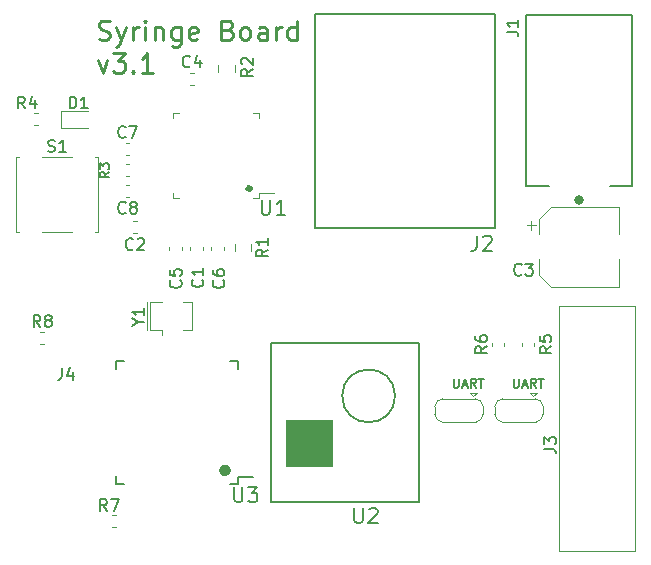
<source format=gbr>
G04 #@! TF.GenerationSoftware,KiCad,Pcbnew,(5.1.2-1)-1*
G04 #@! TF.CreationDate,2019-06-19T14:35:12-04:00*
G04 #@! TF.ProjectId,syringe_board,73797269-6e67-4655-9f62-6f6172642e6b,rev?*
G04 #@! TF.SameCoordinates,Original*
G04 #@! TF.FileFunction,Legend,Top*
G04 #@! TF.FilePolarity,Positive*
%FSLAX46Y46*%
G04 Gerber Fmt 4.6, Leading zero omitted, Abs format (unit mm)*
G04 Created by KiCad (PCBNEW (5.1.2-1)-1) date 2019-06-19 14:35:12*
%MOMM*%
%LPD*%
G04 APERTURE LIST*
%ADD10C,0.457200*%
%ADD11C,0.508000*%
%ADD12C,0.150000*%
%ADD13C,0.279400*%
%ADD14C,0.120000*%
%ADD15C,0.127000*%
%ADD16C,0.100000*%
%ADD17C,0.400000*%
G04 APERTURE END LIST*
D10*
X108331000Y-76708000D02*
G75*
G03X108331000Y-76708000I-127000J0D01*
G01*
D11*
X106426000Y-100584000D02*
G75*
G03X106426000Y-100584000I-254000J0D01*
G01*
D12*
X125530428Y-92800714D02*
X125530428Y-93417571D01*
X125566714Y-93490142D01*
X125603000Y-93526428D01*
X125675571Y-93562714D01*
X125820714Y-93562714D01*
X125893285Y-93526428D01*
X125929571Y-93490142D01*
X125965857Y-93417571D01*
X125965857Y-92800714D01*
X126292428Y-93345000D02*
X126655285Y-93345000D01*
X126219857Y-93562714D02*
X126473857Y-92800714D01*
X126727857Y-93562714D01*
X127417285Y-93562714D02*
X127163285Y-93199857D01*
X126981857Y-93562714D02*
X126981857Y-92800714D01*
X127272142Y-92800714D01*
X127344714Y-92837000D01*
X127381000Y-92873285D01*
X127417285Y-92945857D01*
X127417285Y-93054714D01*
X127381000Y-93127285D01*
X127344714Y-93163571D01*
X127272142Y-93199857D01*
X126981857Y-93199857D01*
X127635000Y-92800714D02*
X128070428Y-92800714D01*
X127852714Y-93562714D02*
X127852714Y-92800714D01*
X130610428Y-92800714D02*
X130610428Y-93417571D01*
X130646714Y-93490142D01*
X130683000Y-93526428D01*
X130755571Y-93562714D01*
X130900714Y-93562714D01*
X130973285Y-93526428D01*
X131009571Y-93490142D01*
X131045857Y-93417571D01*
X131045857Y-92800714D01*
X131372428Y-93345000D02*
X131735285Y-93345000D01*
X131299857Y-93562714D02*
X131553857Y-92800714D01*
X131807857Y-93562714D01*
X132497285Y-93562714D02*
X132243285Y-93199857D01*
X132061857Y-93562714D02*
X132061857Y-92800714D01*
X132352142Y-92800714D01*
X132424714Y-92837000D01*
X132461000Y-92873285D01*
X132497285Y-92945857D01*
X132497285Y-93054714D01*
X132461000Y-93127285D01*
X132424714Y-93163571D01*
X132352142Y-93199857D01*
X132061857Y-93199857D01*
X132715000Y-92800714D02*
X133150428Y-92800714D01*
X132932714Y-93562714D02*
X132932714Y-92800714D01*
D13*
X95492086Y-64060311D02*
X95727943Y-64138930D01*
X96121038Y-64138930D01*
X96278276Y-64060311D01*
X96356895Y-63981692D01*
X96435514Y-63824454D01*
X96435514Y-63667216D01*
X96356895Y-63509978D01*
X96278276Y-63431359D01*
X96121038Y-63352740D01*
X95806562Y-63274121D01*
X95649324Y-63195502D01*
X95570705Y-63116883D01*
X95492086Y-62959645D01*
X95492086Y-62802407D01*
X95570705Y-62645169D01*
X95649324Y-62566550D01*
X95806562Y-62487930D01*
X96199657Y-62487930D01*
X96435514Y-62566550D01*
X96985848Y-63038264D02*
X97378943Y-64138930D01*
X97772038Y-63038264D02*
X97378943Y-64138930D01*
X97221705Y-64532026D01*
X97143086Y-64610645D01*
X96985848Y-64689264D01*
X98400990Y-64138930D02*
X98400990Y-63038264D01*
X98400990Y-63352740D02*
X98479610Y-63195502D01*
X98558229Y-63116883D01*
X98715467Y-63038264D01*
X98872705Y-63038264D01*
X99423038Y-64138930D02*
X99423038Y-63038264D01*
X99423038Y-62487930D02*
X99344419Y-62566550D01*
X99423038Y-62645169D01*
X99501657Y-62566550D01*
X99423038Y-62487930D01*
X99423038Y-62645169D01*
X100209229Y-63038264D02*
X100209229Y-64138930D01*
X100209229Y-63195502D02*
X100287848Y-63116883D01*
X100445086Y-63038264D01*
X100680943Y-63038264D01*
X100838181Y-63116883D01*
X100916800Y-63274121D01*
X100916800Y-64138930D01*
X102410562Y-63038264D02*
X102410562Y-64374788D01*
X102331943Y-64532026D01*
X102253324Y-64610645D01*
X102096086Y-64689264D01*
X101860229Y-64689264D01*
X101702990Y-64610645D01*
X102410562Y-64060311D02*
X102253324Y-64138930D01*
X101938848Y-64138930D01*
X101781610Y-64060311D01*
X101702990Y-63981692D01*
X101624371Y-63824454D01*
X101624371Y-63352740D01*
X101702990Y-63195502D01*
X101781610Y-63116883D01*
X101938848Y-63038264D01*
X102253324Y-63038264D01*
X102410562Y-63116883D01*
X103825705Y-64060311D02*
X103668467Y-64138930D01*
X103353990Y-64138930D01*
X103196752Y-64060311D01*
X103118133Y-63903073D01*
X103118133Y-63274121D01*
X103196752Y-63116883D01*
X103353990Y-63038264D01*
X103668467Y-63038264D01*
X103825705Y-63116883D01*
X103904324Y-63274121D01*
X103904324Y-63431359D01*
X103118133Y-63588597D01*
X106420133Y-63274121D02*
X106655990Y-63352740D01*
X106734610Y-63431359D01*
X106813229Y-63588597D01*
X106813229Y-63824454D01*
X106734610Y-63981692D01*
X106655990Y-64060311D01*
X106498752Y-64138930D01*
X105869800Y-64138930D01*
X105869800Y-62487930D01*
X106420133Y-62487930D01*
X106577371Y-62566550D01*
X106655990Y-62645169D01*
X106734610Y-62802407D01*
X106734610Y-62959645D01*
X106655990Y-63116883D01*
X106577371Y-63195502D01*
X106420133Y-63274121D01*
X105869800Y-63274121D01*
X107756657Y-64138930D02*
X107599419Y-64060311D01*
X107520800Y-63981692D01*
X107442181Y-63824454D01*
X107442181Y-63352740D01*
X107520800Y-63195502D01*
X107599419Y-63116883D01*
X107756657Y-63038264D01*
X107992514Y-63038264D01*
X108149752Y-63116883D01*
X108228371Y-63195502D01*
X108306990Y-63352740D01*
X108306990Y-63824454D01*
X108228371Y-63981692D01*
X108149752Y-64060311D01*
X107992514Y-64138930D01*
X107756657Y-64138930D01*
X109722133Y-64138930D02*
X109722133Y-63274121D01*
X109643514Y-63116883D01*
X109486276Y-63038264D01*
X109171800Y-63038264D01*
X109014562Y-63116883D01*
X109722133Y-64060311D02*
X109564895Y-64138930D01*
X109171800Y-64138930D01*
X109014562Y-64060311D01*
X108935943Y-63903073D01*
X108935943Y-63745835D01*
X109014562Y-63588597D01*
X109171800Y-63509978D01*
X109564895Y-63509978D01*
X109722133Y-63431359D01*
X110508324Y-64138930D02*
X110508324Y-63038264D01*
X110508324Y-63352740D02*
X110586943Y-63195502D01*
X110665562Y-63116883D01*
X110822800Y-63038264D01*
X110980038Y-63038264D01*
X112237943Y-64138930D02*
X112237943Y-62487930D01*
X112237943Y-64060311D02*
X112080705Y-64138930D01*
X111766229Y-64138930D01*
X111608990Y-64060311D01*
X111530371Y-63981692D01*
X111451752Y-63824454D01*
X111451752Y-63352740D01*
X111530371Y-63195502D01*
X111608990Y-63116883D01*
X111766229Y-63038264D01*
X112080705Y-63038264D01*
X112237943Y-63116883D01*
X95413467Y-65794164D02*
X95806562Y-66894830D01*
X96199657Y-65794164D01*
X96671371Y-65243830D02*
X97693419Y-65243830D01*
X97143086Y-65872783D01*
X97378943Y-65872783D01*
X97536181Y-65951402D01*
X97614800Y-66030021D01*
X97693419Y-66187259D01*
X97693419Y-66580354D01*
X97614800Y-66737592D01*
X97536181Y-66816211D01*
X97378943Y-66894830D01*
X96907229Y-66894830D01*
X96749990Y-66816211D01*
X96671371Y-66737592D01*
X98400990Y-66737592D02*
X98479610Y-66816211D01*
X98400990Y-66894830D01*
X98322371Y-66816211D01*
X98400990Y-66737592D01*
X98400990Y-66894830D01*
X100051990Y-66894830D02*
X99108562Y-66894830D01*
X99580276Y-66894830D02*
X99580276Y-65243830D01*
X99423038Y-65479688D01*
X99265800Y-65636926D01*
X99108562Y-65715545D01*
D14*
X99600000Y-88303000D02*
X99600000Y-88703000D01*
X99800000Y-88303000D02*
X99800000Y-88703000D01*
X103400000Y-88303000D02*
X103400000Y-88703000D01*
X99600000Y-86303000D02*
X99600000Y-88303000D01*
X100800000Y-88703000D02*
X100800000Y-89103000D01*
X100800000Y-88703000D02*
X99800000Y-88703000D01*
X99800000Y-88303000D02*
X99800000Y-86303000D01*
X99800000Y-86303000D02*
X100800000Y-86303000D01*
X102600000Y-86303000D02*
X103400000Y-86303000D01*
X103400000Y-86303000D02*
X103400000Y-88303000D01*
X103400000Y-88703000D02*
X102600000Y-88703000D01*
X109020000Y-77074000D02*
X110310000Y-77074000D01*
X101800000Y-70304000D02*
X101800000Y-70754000D01*
X102250000Y-70304000D02*
X101800000Y-70304000D01*
X109020000Y-70304000D02*
X109020000Y-70754000D01*
X108570000Y-70304000D02*
X109020000Y-70304000D01*
X101800000Y-77524000D02*
X101800000Y-77074000D01*
X102250000Y-77524000D02*
X101800000Y-77524000D01*
X109020000Y-77524000D02*
X109020000Y-77074000D01*
X108570000Y-77524000D02*
X109020000Y-77524000D01*
D15*
X110082000Y-103270000D02*
X110082000Y-89770000D01*
X122582000Y-103270000D02*
X110082000Y-103270000D01*
X122582000Y-89770000D02*
X122582000Y-103270000D01*
X110082000Y-89770000D02*
X122582000Y-89770000D01*
D16*
G36*
X111332000Y-96270000D02*
G01*
X115332000Y-96270000D01*
X115332000Y-100270000D01*
X111332000Y-100270000D01*
X111332000Y-96270000D01*
G37*
D15*
X120568065Y-94270000D02*
G75*
G03X120568065Y-94270000I-2236065J0D01*
G01*
D14*
X132100250Y-79419750D02*
X132100250Y-80207250D01*
X131706500Y-79813500D02*
X132494000Y-79813500D01*
X132734000Y-84006563D02*
X133798437Y-85071000D01*
X132734000Y-79315437D02*
X133798437Y-78251000D01*
X132734000Y-79315437D02*
X132734000Y-80601000D01*
X132734000Y-84006563D02*
X132734000Y-82721000D01*
X133798437Y-85071000D02*
X139554000Y-85071000D01*
X133798437Y-78251000D02*
X139554000Y-78251000D01*
X139554000Y-78251000D02*
X139554000Y-80601000D01*
X139554000Y-85071000D02*
X139554000Y-82721000D01*
X107009000Y-66806578D02*
X107009000Y-66289422D01*
X105589000Y-66806578D02*
X105589000Y-66289422D01*
X106986000Y-81450922D02*
X106986000Y-81968078D01*
X108406000Y-81450922D02*
X108406000Y-81968078D01*
X98714779Y-79500000D02*
X98389221Y-79500000D01*
X98714779Y-80520000D02*
X98389221Y-80520000D01*
X101471000Y-81625221D02*
X101471000Y-81950779D01*
X102491000Y-81625221D02*
X102491000Y-81950779D01*
X98079779Y-76452000D02*
X97754221Y-76452000D01*
X98079779Y-77472000D02*
X97754221Y-77472000D01*
X97754221Y-75694000D02*
X98079779Y-75694000D01*
X97754221Y-74674000D02*
X98079779Y-74674000D01*
X97754221Y-73916000D02*
X98079779Y-73916000D01*
X97754221Y-72896000D02*
X98079779Y-72896000D01*
X106047000Y-81950779D02*
X106047000Y-81625221D01*
X105027000Y-81950779D02*
X105027000Y-81625221D01*
X103215221Y-67947000D02*
X103540779Y-67947000D01*
X103215221Y-66927000D02*
X103540779Y-66927000D01*
X103249000Y-81625221D02*
X103249000Y-81950779D01*
X104269000Y-81625221D02*
X104269000Y-81950779D01*
X128034000Y-95804000D02*
G75*
G02X127334000Y-96504000I-700000J0D01*
G01*
X127334000Y-94504000D02*
G75*
G02X128034000Y-95204000I0J-700000D01*
G01*
X123934000Y-95204000D02*
G75*
G02X124634000Y-94504000I700000J0D01*
G01*
X124634000Y-96504000D02*
G75*
G02X123934000Y-95804000I0J700000D01*
G01*
X127384000Y-96504000D02*
X124584000Y-96504000D01*
X123934000Y-95804000D02*
X123934000Y-95204000D01*
X124584000Y-94504000D02*
X127384000Y-94504000D01*
X128034000Y-95204000D02*
X128034000Y-95804000D01*
X127184000Y-94304000D02*
X127484000Y-94004000D01*
X127484000Y-94004000D02*
X126884000Y-94004000D01*
X127184000Y-94304000D02*
X126884000Y-94004000D01*
X133114000Y-95804000D02*
G75*
G02X132414000Y-96504000I-700000J0D01*
G01*
X132414000Y-94504000D02*
G75*
G02X133114000Y-95204000I0J-700000D01*
G01*
X129014000Y-95204000D02*
G75*
G02X129714000Y-94504000I700000J0D01*
G01*
X129714000Y-96504000D02*
G75*
G02X129014000Y-95804000I0J700000D01*
G01*
X132464000Y-96504000D02*
X129664000Y-96504000D01*
X129014000Y-95804000D02*
X129014000Y-95204000D01*
X129664000Y-94504000D02*
X132464000Y-94504000D01*
X133114000Y-95204000D02*
X133114000Y-95804000D01*
X132264000Y-94304000D02*
X132564000Y-94004000D01*
X132564000Y-94004000D02*
X131964000Y-94004000D01*
X132264000Y-94304000D02*
X131964000Y-94004000D01*
X90307279Y-70356000D02*
X89981721Y-70356000D01*
X90307279Y-71376000D02*
X89981721Y-71376000D01*
X92266500Y-71601000D02*
X94551500Y-71601000D01*
X92266500Y-70131000D02*
X92266500Y-71601000D01*
X94551500Y-70131000D02*
X92266500Y-70131000D01*
X129796000Y-90078779D02*
X129796000Y-89753221D01*
X128776000Y-90078779D02*
X128776000Y-89753221D01*
X132336000Y-90078779D02*
X132336000Y-89753221D01*
X131316000Y-90078779D02*
X131316000Y-89753221D01*
X90540721Y-89918000D02*
X90866279Y-89918000D01*
X90540721Y-88898000D02*
X90866279Y-88898000D01*
X96611221Y-105412000D02*
X96936779Y-105412000D01*
X96611221Y-104392000D02*
X96936779Y-104392000D01*
X134418000Y-107388000D02*
X134418000Y-86668000D01*
X140918000Y-107388000D02*
X134418000Y-107388000D01*
X140918000Y-86668000D02*
X140918000Y-107388000D01*
X134418000Y-86668000D02*
X140918000Y-86668000D01*
X90648000Y-74066000D02*
X93248000Y-74066000D01*
X95398000Y-80366000D02*
X95148000Y-80366000D01*
X95398000Y-74066000D02*
X95398000Y-80366000D01*
X95148000Y-74066000D02*
X95398000Y-74066000D01*
X93248000Y-80366000D02*
X90648000Y-80366000D01*
X88498000Y-74066000D02*
X88748000Y-74066000D01*
X88498000Y-80366000D02*
X88498000Y-74066000D01*
X88748000Y-80366000D02*
X88498000Y-80366000D01*
D15*
X131644000Y-61992000D02*
X140644000Y-61992000D01*
X140644000Y-61992000D02*
X140644000Y-76492000D01*
X140644000Y-76492000D02*
X138794000Y-76492000D01*
X131644000Y-76492000D02*
X131644000Y-61992000D01*
X133594000Y-76492000D02*
X131644000Y-76492000D01*
D17*
X136344000Y-77692000D02*
G75*
G03X136344000Y-77692000I-200000J0D01*
G01*
D12*
X107283000Y-101120000D02*
X108558000Y-101120000D01*
X96933000Y-101695000D02*
X97608000Y-101695000D01*
X96933000Y-91345000D02*
X97608000Y-91345000D01*
X107283000Y-91345000D02*
X106608000Y-91345000D01*
X107283000Y-101695000D02*
X106608000Y-101695000D01*
X107283000Y-91345000D02*
X107283000Y-92020000D01*
X96933000Y-91345000D02*
X96933000Y-92020000D01*
X96933000Y-101695000D02*
X96933000Y-101020000D01*
X107283000Y-101695000D02*
X107283000Y-101120000D01*
D15*
X113792000Y-61976000D02*
X129032000Y-61976000D01*
X113792000Y-80076000D02*
X113792000Y-61976000D01*
X129032000Y-80076000D02*
X113792000Y-80076000D01*
X129032000Y-61976000D02*
X129032000Y-80076000D01*
D12*
X98845690Y-88042690D02*
X99321880Y-88042690D01*
X98321880Y-88376023D02*
X98845690Y-88042690D01*
X98321880Y-87709357D01*
X99321880Y-86852214D02*
X99321880Y-87423642D01*
X99321880Y-87137928D02*
X98321880Y-87137928D01*
X98464738Y-87233166D01*
X98559976Y-87328404D01*
X98607595Y-87423642D01*
X109268380Y-77663523D02*
X109268380Y-78691619D01*
X109328857Y-78812571D01*
X109389333Y-78873047D01*
X109510285Y-78933523D01*
X109752190Y-78933523D01*
X109873142Y-78873047D01*
X109933619Y-78812571D01*
X109994095Y-78691619D01*
X109994095Y-77663523D01*
X111264095Y-78933523D02*
X110538380Y-78933523D01*
X110901238Y-78933523D02*
X110901238Y-77663523D01*
X110780285Y-77844952D01*
X110659333Y-77965904D01*
X110538380Y-78026380D01*
X117108380Y-103762023D02*
X117108380Y-104790119D01*
X117168857Y-104911071D01*
X117229333Y-104971547D01*
X117350285Y-105032023D01*
X117592190Y-105032023D01*
X117713142Y-104971547D01*
X117773619Y-104911071D01*
X117834095Y-104790119D01*
X117834095Y-103762023D01*
X118378380Y-103882976D02*
X118438857Y-103822500D01*
X118559809Y-103762023D01*
X118862190Y-103762023D01*
X118983142Y-103822500D01*
X119043619Y-103882976D01*
X119104095Y-104003928D01*
X119104095Y-104124880D01*
X119043619Y-104306309D01*
X118317904Y-105032023D01*
X119104095Y-105032023D01*
X131278333Y-83986642D02*
X131230714Y-84034261D01*
X131087857Y-84081880D01*
X130992619Y-84081880D01*
X130849761Y-84034261D01*
X130754523Y-83939023D01*
X130706904Y-83843785D01*
X130659285Y-83653309D01*
X130659285Y-83510452D01*
X130706904Y-83319976D01*
X130754523Y-83224738D01*
X130849761Y-83129500D01*
X130992619Y-83081880D01*
X131087857Y-83081880D01*
X131230714Y-83129500D01*
X131278333Y-83177119D01*
X131611666Y-83081880D02*
X132230714Y-83081880D01*
X131897380Y-83462833D01*
X132040238Y-83462833D01*
X132135476Y-83510452D01*
X132183095Y-83558071D01*
X132230714Y-83653309D01*
X132230714Y-83891404D01*
X132183095Y-83986642D01*
X132135476Y-84034261D01*
X132040238Y-84081880D01*
X131754523Y-84081880D01*
X131659285Y-84034261D01*
X131611666Y-83986642D01*
X108529380Y-66587666D02*
X108053190Y-66921000D01*
X108529380Y-67159095D02*
X107529380Y-67159095D01*
X107529380Y-66778142D01*
X107577000Y-66682904D01*
X107624619Y-66635285D01*
X107719857Y-66587666D01*
X107862714Y-66587666D01*
X107957952Y-66635285D01*
X108005571Y-66682904D01*
X108053190Y-66778142D01*
X108053190Y-67159095D01*
X107624619Y-66206714D02*
X107577000Y-66159095D01*
X107529380Y-66063857D01*
X107529380Y-65825761D01*
X107577000Y-65730523D01*
X107624619Y-65682904D01*
X107719857Y-65635285D01*
X107815095Y-65635285D01*
X107957952Y-65682904D01*
X108529380Y-66254333D01*
X108529380Y-65635285D01*
X109798380Y-81876166D02*
X109322190Y-82209500D01*
X109798380Y-82447595D02*
X108798380Y-82447595D01*
X108798380Y-82066642D01*
X108846000Y-81971404D01*
X108893619Y-81923785D01*
X108988857Y-81876166D01*
X109131714Y-81876166D01*
X109226952Y-81923785D01*
X109274571Y-81971404D01*
X109322190Y-82066642D01*
X109322190Y-82447595D01*
X109798380Y-80923785D02*
X109798380Y-81495214D01*
X109798380Y-81209500D02*
X108798380Y-81209500D01*
X108941238Y-81304738D01*
X109036476Y-81399976D01*
X109084095Y-81495214D01*
X98385333Y-81827642D02*
X98337714Y-81875261D01*
X98194857Y-81922880D01*
X98099619Y-81922880D01*
X97956761Y-81875261D01*
X97861523Y-81780023D01*
X97813904Y-81684785D01*
X97766285Y-81494309D01*
X97766285Y-81351452D01*
X97813904Y-81160976D01*
X97861523Y-81065738D01*
X97956761Y-80970500D01*
X98099619Y-80922880D01*
X98194857Y-80922880D01*
X98337714Y-80970500D01*
X98385333Y-81018119D01*
X98766285Y-81018119D02*
X98813904Y-80970500D01*
X98909142Y-80922880D01*
X99147238Y-80922880D01*
X99242476Y-80970500D01*
X99290095Y-81018119D01*
X99337714Y-81113357D01*
X99337714Y-81208595D01*
X99290095Y-81351452D01*
X98718666Y-81922880D01*
X99337714Y-81922880D01*
X102401642Y-84494666D02*
X102449261Y-84542285D01*
X102496880Y-84685142D01*
X102496880Y-84780380D01*
X102449261Y-84923238D01*
X102354023Y-85018476D01*
X102258785Y-85066095D01*
X102068309Y-85113714D01*
X101925452Y-85113714D01*
X101734976Y-85066095D01*
X101639738Y-85018476D01*
X101544500Y-84923238D01*
X101496880Y-84780380D01*
X101496880Y-84685142D01*
X101544500Y-84542285D01*
X101592119Y-84494666D01*
X101496880Y-83589904D02*
X101496880Y-84066095D01*
X101973071Y-84113714D01*
X101925452Y-84066095D01*
X101877833Y-83970857D01*
X101877833Y-83732761D01*
X101925452Y-83637523D01*
X101973071Y-83589904D01*
X102068309Y-83542285D01*
X102306404Y-83542285D01*
X102401642Y-83589904D01*
X102449261Y-83637523D01*
X102496880Y-83732761D01*
X102496880Y-83970857D01*
X102449261Y-84066095D01*
X102401642Y-84113714D01*
X97750333Y-78749142D02*
X97702714Y-78796761D01*
X97559857Y-78844380D01*
X97464619Y-78844380D01*
X97321761Y-78796761D01*
X97226523Y-78701523D01*
X97178904Y-78606285D01*
X97131285Y-78415809D01*
X97131285Y-78272952D01*
X97178904Y-78082476D01*
X97226523Y-77987238D01*
X97321761Y-77892000D01*
X97464619Y-77844380D01*
X97559857Y-77844380D01*
X97702714Y-77892000D01*
X97750333Y-77939619D01*
X98321761Y-78272952D02*
X98226523Y-78225333D01*
X98178904Y-78177714D01*
X98131285Y-78082476D01*
X98131285Y-78034857D01*
X98178904Y-77939619D01*
X98226523Y-77892000D01*
X98321761Y-77844380D01*
X98512238Y-77844380D01*
X98607476Y-77892000D01*
X98655095Y-77939619D01*
X98702714Y-78034857D01*
X98702714Y-78082476D01*
X98655095Y-78177714D01*
X98607476Y-78225333D01*
X98512238Y-78272952D01*
X98321761Y-78272952D01*
X98226523Y-78320571D01*
X98178904Y-78368190D01*
X98131285Y-78463428D01*
X98131285Y-78653904D01*
X98178904Y-78749142D01*
X98226523Y-78796761D01*
X98321761Y-78844380D01*
X98512238Y-78844380D01*
X98607476Y-78796761D01*
X98655095Y-78749142D01*
X98702714Y-78653904D01*
X98702714Y-78463428D01*
X98655095Y-78368190D01*
X98607476Y-78320571D01*
X98512238Y-78272952D01*
D15*
X96356714Y-75311000D02*
X95993857Y-75565000D01*
X96356714Y-75746428D02*
X95594714Y-75746428D01*
X95594714Y-75456142D01*
X95631000Y-75383571D01*
X95667285Y-75347285D01*
X95739857Y-75311000D01*
X95848714Y-75311000D01*
X95921285Y-75347285D01*
X95957571Y-75383571D01*
X95993857Y-75456142D01*
X95993857Y-75746428D01*
X95594714Y-75057000D02*
X95594714Y-74585285D01*
X95885000Y-74839285D01*
X95885000Y-74730428D01*
X95921285Y-74657857D01*
X95957571Y-74621571D01*
X96030142Y-74585285D01*
X96211571Y-74585285D01*
X96284142Y-74621571D01*
X96320428Y-74657857D01*
X96356714Y-74730428D01*
X96356714Y-74948142D01*
X96320428Y-75020714D01*
X96284142Y-75057000D01*
D12*
X97750333Y-72333142D02*
X97702714Y-72380761D01*
X97559857Y-72428380D01*
X97464619Y-72428380D01*
X97321761Y-72380761D01*
X97226523Y-72285523D01*
X97178904Y-72190285D01*
X97131285Y-71999809D01*
X97131285Y-71856952D01*
X97178904Y-71666476D01*
X97226523Y-71571238D01*
X97321761Y-71476000D01*
X97464619Y-71428380D01*
X97559857Y-71428380D01*
X97702714Y-71476000D01*
X97750333Y-71523619D01*
X98083666Y-71428380D02*
X98750333Y-71428380D01*
X98321761Y-72428380D01*
X106021142Y-84494666D02*
X106068761Y-84542285D01*
X106116380Y-84685142D01*
X106116380Y-84780380D01*
X106068761Y-84923238D01*
X105973523Y-85018476D01*
X105878285Y-85066095D01*
X105687809Y-85113714D01*
X105544952Y-85113714D01*
X105354476Y-85066095D01*
X105259238Y-85018476D01*
X105164000Y-84923238D01*
X105116380Y-84780380D01*
X105116380Y-84685142D01*
X105164000Y-84542285D01*
X105211619Y-84494666D01*
X105116380Y-83637523D02*
X105116380Y-83828000D01*
X105164000Y-83923238D01*
X105211619Y-83970857D01*
X105354476Y-84066095D01*
X105544952Y-84113714D01*
X105925904Y-84113714D01*
X106021142Y-84066095D01*
X106068761Y-84018476D01*
X106116380Y-83923238D01*
X106116380Y-83732761D01*
X106068761Y-83637523D01*
X106021142Y-83589904D01*
X105925904Y-83542285D01*
X105687809Y-83542285D01*
X105592571Y-83589904D01*
X105544952Y-83637523D01*
X105497333Y-83732761D01*
X105497333Y-83923238D01*
X105544952Y-84018476D01*
X105592571Y-84066095D01*
X105687809Y-84113714D01*
X103211333Y-66364142D02*
X103163714Y-66411761D01*
X103020857Y-66459380D01*
X102925619Y-66459380D01*
X102782761Y-66411761D01*
X102687523Y-66316523D01*
X102639904Y-66221285D01*
X102592285Y-66030809D01*
X102592285Y-65887952D01*
X102639904Y-65697476D01*
X102687523Y-65602238D01*
X102782761Y-65507000D01*
X102925619Y-65459380D01*
X103020857Y-65459380D01*
X103163714Y-65507000D01*
X103211333Y-65554619D01*
X104068476Y-65792714D02*
X104068476Y-66459380D01*
X103830380Y-65411761D02*
X103592285Y-66126047D01*
X104211333Y-66126047D01*
X104243142Y-84431166D02*
X104290761Y-84478785D01*
X104338380Y-84621642D01*
X104338380Y-84716880D01*
X104290761Y-84859738D01*
X104195523Y-84954976D01*
X104100285Y-85002595D01*
X103909809Y-85050214D01*
X103766952Y-85050214D01*
X103576476Y-85002595D01*
X103481238Y-84954976D01*
X103386000Y-84859738D01*
X103338380Y-84716880D01*
X103338380Y-84621642D01*
X103386000Y-84478785D01*
X103433619Y-84431166D01*
X104338380Y-83478785D02*
X104338380Y-84050214D01*
X104338380Y-83764500D02*
X103338380Y-83764500D01*
X103481238Y-83859738D01*
X103576476Y-83954976D01*
X103624095Y-84050214D01*
X89241333Y-69921380D02*
X88908000Y-69445190D01*
X88669904Y-69921380D02*
X88669904Y-68921380D01*
X89050857Y-68921380D01*
X89146095Y-68969000D01*
X89193714Y-69016619D01*
X89241333Y-69111857D01*
X89241333Y-69254714D01*
X89193714Y-69349952D01*
X89146095Y-69397571D01*
X89050857Y-69445190D01*
X88669904Y-69445190D01*
X90098476Y-69254714D02*
X90098476Y-69921380D01*
X89860380Y-68873761D02*
X89622285Y-69588047D01*
X90241333Y-69588047D01*
X93013404Y-69921380D02*
X93013404Y-68921380D01*
X93251500Y-68921380D01*
X93394357Y-68969000D01*
X93489595Y-69064238D01*
X93537214Y-69159476D01*
X93584833Y-69349952D01*
X93584833Y-69492809D01*
X93537214Y-69683285D01*
X93489595Y-69778523D01*
X93394357Y-69873761D01*
X93251500Y-69921380D01*
X93013404Y-69921380D01*
X94537214Y-69921380D02*
X93965785Y-69921380D01*
X94251500Y-69921380D02*
X94251500Y-68921380D01*
X94156261Y-69064238D01*
X94061023Y-69159476D01*
X93965785Y-69207095D01*
X128341380Y-90082666D02*
X127865190Y-90416000D01*
X128341380Y-90654095D02*
X127341380Y-90654095D01*
X127341380Y-90273142D01*
X127389000Y-90177904D01*
X127436619Y-90130285D01*
X127531857Y-90082666D01*
X127674714Y-90082666D01*
X127769952Y-90130285D01*
X127817571Y-90177904D01*
X127865190Y-90273142D01*
X127865190Y-90654095D01*
X127341380Y-89225523D02*
X127341380Y-89416000D01*
X127389000Y-89511238D01*
X127436619Y-89558857D01*
X127579476Y-89654095D01*
X127769952Y-89701714D01*
X128150904Y-89701714D01*
X128246142Y-89654095D01*
X128293761Y-89606476D01*
X128341380Y-89511238D01*
X128341380Y-89320761D01*
X128293761Y-89225523D01*
X128246142Y-89177904D01*
X128150904Y-89130285D01*
X127912809Y-89130285D01*
X127817571Y-89177904D01*
X127769952Y-89225523D01*
X127722333Y-89320761D01*
X127722333Y-89511238D01*
X127769952Y-89606476D01*
X127817571Y-89654095D01*
X127912809Y-89701714D01*
X133802380Y-90082666D02*
X133326190Y-90416000D01*
X133802380Y-90654095D02*
X132802380Y-90654095D01*
X132802380Y-90273142D01*
X132850000Y-90177904D01*
X132897619Y-90130285D01*
X132992857Y-90082666D01*
X133135714Y-90082666D01*
X133230952Y-90130285D01*
X133278571Y-90177904D01*
X133326190Y-90273142D01*
X133326190Y-90654095D01*
X132802380Y-89177904D02*
X132802380Y-89654095D01*
X133278571Y-89701714D01*
X133230952Y-89654095D01*
X133183333Y-89558857D01*
X133183333Y-89320761D01*
X133230952Y-89225523D01*
X133278571Y-89177904D01*
X133373809Y-89130285D01*
X133611904Y-89130285D01*
X133707142Y-89177904D01*
X133754761Y-89225523D01*
X133802380Y-89320761D01*
X133802380Y-89558857D01*
X133754761Y-89654095D01*
X133707142Y-89701714D01*
X90536833Y-88430380D02*
X90203500Y-87954190D01*
X89965404Y-88430380D02*
X89965404Y-87430380D01*
X90346357Y-87430380D01*
X90441595Y-87478000D01*
X90489214Y-87525619D01*
X90536833Y-87620857D01*
X90536833Y-87763714D01*
X90489214Y-87858952D01*
X90441595Y-87906571D01*
X90346357Y-87954190D01*
X89965404Y-87954190D01*
X91108261Y-87858952D02*
X91013023Y-87811333D01*
X90965404Y-87763714D01*
X90917785Y-87668476D01*
X90917785Y-87620857D01*
X90965404Y-87525619D01*
X91013023Y-87478000D01*
X91108261Y-87430380D01*
X91298738Y-87430380D01*
X91393976Y-87478000D01*
X91441595Y-87525619D01*
X91489214Y-87620857D01*
X91489214Y-87668476D01*
X91441595Y-87763714D01*
X91393976Y-87811333D01*
X91298738Y-87858952D01*
X91108261Y-87858952D01*
X91013023Y-87906571D01*
X90965404Y-87954190D01*
X90917785Y-88049428D01*
X90917785Y-88239904D01*
X90965404Y-88335142D01*
X91013023Y-88382761D01*
X91108261Y-88430380D01*
X91298738Y-88430380D01*
X91393976Y-88382761D01*
X91441595Y-88335142D01*
X91489214Y-88239904D01*
X91489214Y-88049428D01*
X91441595Y-87954190D01*
X91393976Y-87906571D01*
X91298738Y-87858952D01*
X96162833Y-104020880D02*
X95829500Y-103544690D01*
X95591404Y-104020880D02*
X95591404Y-103020880D01*
X95972357Y-103020880D01*
X96067595Y-103068500D01*
X96115214Y-103116119D01*
X96162833Y-103211357D01*
X96162833Y-103354214D01*
X96115214Y-103449452D01*
X96067595Y-103497071D01*
X95972357Y-103544690D01*
X95591404Y-103544690D01*
X96496166Y-103020880D02*
X97162833Y-103020880D01*
X96734261Y-104020880D01*
X133183380Y-98758333D02*
X133897666Y-98758333D01*
X134040523Y-98805952D01*
X134135761Y-98901190D01*
X134183380Y-99044047D01*
X134183380Y-99139285D01*
X133183380Y-98377380D02*
X133183380Y-97758333D01*
X133564333Y-98091666D01*
X133564333Y-97948809D01*
X133611952Y-97853571D01*
X133659571Y-97805952D01*
X133754809Y-97758333D01*
X133992904Y-97758333D01*
X134088142Y-97805952D01*
X134135761Y-97853571D01*
X134183380Y-97948809D01*
X134183380Y-98234523D01*
X134135761Y-98329761D01*
X134088142Y-98377380D01*
X91186095Y-73556761D02*
X91328952Y-73604380D01*
X91567047Y-73604380D01*
X91662285Y-73556761D01*
X91709904Y-73509142D01*
X91757523Y-73413904D01*
X91757523Y-73318666D01*
X91709904Y-73223428D01*
X91662285Y-73175809D01*
X91567047Y-73128190D01*
X91376571Y-73080571D01*
X91281333Y-73032952D01*
X91233714Y-72985333D01*
X91186095Y-72890095D01*
X91186095Y-72794857D01*
X91233714Y-72699619D01*
X91281333Y-72652000D01*
X91376571Y-72604380D01*
X91614666Y-72604380D01*
X91757523Y-72652000D01*
X92709904Y-73604380D02*
X92138476Y-73604380D01*
X92424190Y-73604380D02*
X92424190Y-72604380D01*
X92328952Y-72747238D01*
X92233714Y-72842476D01*
X92138476Y-72890095D01*
X130008380Y-63452333D02*
X130722666Y-63452333D01*
X130865523Y-63499952D01*
X130960761Y-63595190D01*
X131008380Y-63738047D01*
X131008380Y-63833285D01*
X131008380Y-62452333D02*
X131008380Y-63023761D01*
X131008380Y-62738047D02*
X130008380Y-62738047D01*
X130151238Y-62833285D01*
X130246476Y-62928523D01*
X130294095Y-63023761D01*
X106918880Y-101984023D02*
X106918880Y-103012119D01*
X106979357Y-103133071D01*
X107039833Y-103193547D01*
X107160785Y-103254023D01*
X107402690Y-103254023D01*
X107523642Y-103193547D01*
X107584119Y-103133071D01*
X107644595Y-103012119D01*
X107644595Y-101984023D01*
X108128404Y-101984023D02*
X108914595Y-101984023D01*
X108491261Y-102467833D01*
X108672690Y-102467833D01*
X108793642Y-102528309D01*
X108854119Y-102588785D01*
X108914595Y-102709738D01*
X108914595Y-103012119D01*
X108854119Y-103133071D01*
X108793642Y-103193547D01*
X108672690Y-103254023D01*
X108309833Y-103254023D01*
X108188880Y-103193547D01*
X108128404Y-103133071D01*
X92376666Y-91908380D02*
X92376666Y-92622666D01*
X92329047Y-92765523D01*
X92233809Y-92860761D01*
X92090952Y-92908380D01*
X91995714Y-92908380D01*
X93281428Y-92241714D02*
X93281428Y-92908380D01*
X93043333Y-91860761D02*
X92805238Y-92575047D01*
X93424285Y-92575047D01*
X127508738Y-80711523D02*
X127508738Y-81618666D01*
X127448261Y-81800095D01*
X127327309Y-81921047D01*
X127145880Y-81981523D01*
X127024928Y-81981523D01*
X128053023Y-80832476D02*
X128113500Y-80772000D01*
X128234452Y-80711523D01*
X128536833Y-80711523D01*
X128657785Y-80772000D01*
X128718261Y-80832476D01*
X128778738Y-80953428D01*
X128778738Y-81074380D01*
X128718261Y-81255809D01*
X127992547Y-81981523D01*
X128778738Y-81981523D01*
M02*

</source>
